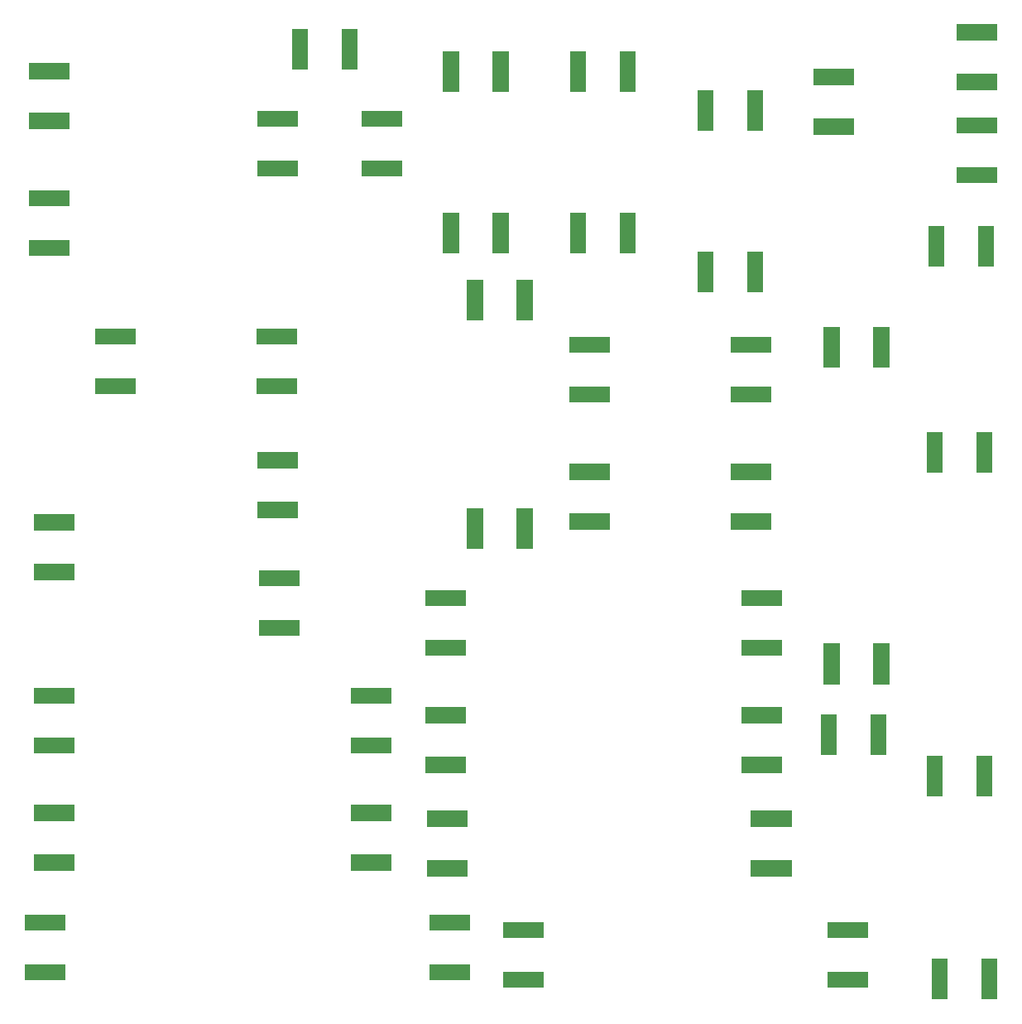
<source format=gbs>
%MOIN*%
%OFA0B0*%
%FSLAX46Y46*%
%IPPOS*%
%LPD*%
%ADD10C,0.0039370078740157488*%
%ADD21C,0.0039370078740157488*%
%ADD22C,0.0039370078740157488*%
%ADD23C,0.0039370078740157488*%
%ADD24C,0.0039370078740157488*%
%ADD25C,0.0039370078740157488*%
%ADD26C,0.0039370078740157488*%
%ADD27C,0.0039370078740157488*%
%ADD28C,0.0039370078740157488*%
%ADD29C,0.0039370078740157488*%
%ADD30C,0.0039370078740157488*%
%ADD31C,0.0039370078740157488*%
%ADD32C,0.0039370078740157488*%
%ADD33C,0.0039370078740157488*%
%ADD34C,0.0039370078740157488*%
%ADD35C,0.0039370078740157488*%
%ADD36C,0.0039370078740157488*%
%ADD37C,0.0039370078740157488*%
%ADD38C,0.0039370078740157488*%
%ADD39C,0.0039370078740157488*%
%ADD40C,0.0039370078740157488*%
%ADD41C,0.0039370078740157488*%
%ADD42C,0.0039370078740157488*%
%ADD43C,0.0039370078740157488*%
G01*
D10*
G36*
X0003897165Y0003283937D02*
X0003733149Y0003283937D01*
X0003733149Y0003347952D01*
X0003897165Y0003347952D01*
X0003897165Y0003283937D01*
X0003897165Y0003283937D01*
G37*
G36*
X0003322165Y0003478937D02*
X0003158149Y0003478937D01*
X0003158149Y0003542952D01*
X0003322165Y0003542952D01*
X0003322165Y0003478937D01*
X0003322165Y0003478937D01*
G37*
G36*
X0003897165Y0003483937D02*
X0003733149Y0003483937D01*
X0003733149Y0003547952D01*
X0003897165Y0003547952D01*
X0003897165Y0003483937D01*
X0003897165Y0003483937D01*
G37*
G36*
X0003897165Y0003658937D02*
X0003733149Y0003658937D01*
X0003733149Y0003722952D01*
X0003897165Y0003722952D01*
X0003897165Y0003658937D01*
X0003897165Y0003658937D01*
G37*
G36*
X0003322165Y0003678937D02*
X0003158149Y0003678937D01*
X0003158149Y0003742952D01*
X0003322165Y0003742952D01*
X0003322165Y0003678937D01*
X0003322165Y0003678937D01*
G37*
G36*
X0003897165Y0003858937D02*
X0003733149Y0003858937D01*
X0003733149Y0003922952D01*
X0003897165Y0003922952D01*
X0003897165Y0003858937D01*
X0003897165Y0003858937D01*
G37*
G04 next file*
G04 #@! TF.GenerationSoftware,KiCad,Pcbnew,5.0.1*
G04 #@! TF.CreationDate,2018-12-27T15:02:32+01:00*
G04 #@! TF.ProjectId,PiAttenuator,5069417474656E7561746F722E6B6963,rev?*
G04 #@! TF.SameCoordinates,Original*
G04 #@! TF.FileFunction,Soldermask,Bot*
G04 #@! TF.FilePolarity,Negative*
G04 Gerber Fmt 4.6, Leading zero omitted, Abs format (unit mm)*
G04 Created by KiCad (PCBNEW 5.0.1) date Do 27 Dez 2018 15:02:32 CET*
G01*
G04 APERTURE LIST*
G04 APERTURE END LIST*
D21*
G36*
X0001078070Y0002434133D02*
X0000914055Y0002434133D01*
X0000914055Y0002498149D01*
X0001078070Y0002498149D01*
X0001078070Y0002434133D01*
X0001078070Y0002434133D01*
G37*
G36*
X0000428070Y0002434133D02*
X0000264055Y0002434133D01*
X0000264055Y0002498149D01*
X0000428070Y0002498149D01*
X0000428070Y0002434133D01*
X0000428070Y0002434133D01*
G37*
G36*
X0001078070Y0002634133D02*
X0000914055Y0002634133D01*
X0000914055Y0002698149D01*
X0001078070Y0002698149D01*
X0001078070Y0002634133D01*
X0001078070Y0002634133D01*
G37*
G36*
X0000428070Y0002634133D02*
X0000264055Y0002634133D01*
X0000264055Y0002698149D01*
X0000428070Y0002698149D01*
X0000428070Y0002634133D01*
X0000428070Y0002634133D01*
G37*
G04 next file*
G04 #@! TF.GenerationSoftware,KiCad,Pcbnew,5.0.1*
G04 #@! TF.CreationDate,2018-12-27T15:17:57+01:00*
G04 #@! TF.ProjectId,BiasT,42696173542E6B696361645F70636200,rev?*
G04 #@! TF.SameCoordinates,Original*
G04 #@! TF.FileFunction,Soldermask,Bot*
G04 #@! TF.FilePolarity,Negative*
G04 Gerber Fmt 4.6, Leading zero omitted, Abs format (unit mm)*
G04 Created by KiCad (PCBNEW 5.0.1) date Do 27 Dez 2018 15:17:57 CET*
G01*
G04 APERTURE LIST*
G04 APERTURE END LIST*
D22*
G36*
X0002026574Y0002895078D02*
X0002026574Y0002731062D01*
X0001962559Y0002731062D01*
X0001962559Y0002895078D01*
X0002026574Y0002895078D01*
X0002026574Y0002895078D01*
G37*
G36*
X0002026574Y0001975551D02*
X0002026574Y0001811535D01*
X0001962559Y0001811535D01*
X0001962559Y0001975551D01*
X0002026574Y0001975551D01*
X0002026574Y0001975551D01*
G37*
G36*
X0001826574Y0002895078D02*
X0001826574Y0002731062D01*
X0001762559Y0002731062D01*
X0001762559Y0002895078D01*
X0001826574Y0002895078D01*
X0001826574Y0002895078D01*
G37*
G36*
X0001826574Y0001975551D02*
X0001826574Y0001811535D01*
X0001762559Y0001811535D01*
X0001762559Y0001975551D01*
X0001826574Y0001975551D01*
X0001826574Y0001975551D01*
G37*
G04 next file*
G04 #@! TF.GenerationSoftware,KiCad,Pcbnew,5.0.1*
G04 #@! TF.CreationDate,2018-12-27T15:20:24+01:00*
G04 #@! TF.ProjectId,DiscreteWilkinsonSplitter,446973637265746557696C6B696E736F,rev?*
G04 #@! TF.SameCoordinates,Original*
G04 #@! TF.FileFunction,Soldermask,Bot*
G04 #@! TF.FilePolarity,Negative*
G04 Gerber Fmt 4.6, Leading zero omitted, Abs format (unit mm)*
G04 Created by KiCad (PCBNEW 5.0.1) date Do 27 Dez 2018 15:20:24 CET*
G01*
G04 APERTURE LIST*
G04 APERTURE END LIST*
D23*
G36*
X0001087007Y0001460314D02*
X0000922992Y0001460314D01*
X0000922992Y0001524330D01*
X0001087007Y0001524330D01*
X0001087007Y0001460314D01*
X0001087007Y0001460314D01*
G37*
G36*
X0001087007Y0001660314D02*
X0000922992Y0001660314D01*
X0000922992Y0001724330D01*
X0001087007Y0001724330D01*
X0001087007Y0001660314D01*
X0001087007Y0001660314D01*
G37*
G36*
X0000182007Y0001685314D02*
X0000017992Y0001685314D01*
X0000017992Y0001749330D01*
X0000182007Y0001749330D01*
X0000182007Y0001685314D01*
X0000182007Y0001685314D01*
G37*
G36*
X0000182007Y0001885314D02*
X0000017992Y0001885314D01*
X0000017992Y0001949330D01*
X0000182007Y0001949330D01*
X0000182007Y0001885314D01*
X0000182007Y0001885314D01*
G37*
G36*
X0001082007Y0001935314D02*
X0000917992Y0001935314D01*
X0000917992Y0001999330D01*
X0001082007Y0001999330D01*
X0001082007Y0001935314D01*
X0001082007Y0001935314D01*
G37*
G36*
X0001082007Y0002135314D02*
X0000917992Y0002135314D01*
X0000917992Y0002199330D01*
X0001082007Y0002199330D01*
X0001082007Y0002135314D01*
X0001082007Y0002135314D01*
G37*
G04 next file*
G04 #@! TF.GenerationSoftware,KiCad,Pcbnew,5.0.1*
G04 #@! TF.CreationDate,2018-12-27T15:22:53+01:00*
G04 #@! TF.ProjectId,SMAadapter,534D41616461707465722E6B69636164,rev?*
G04 #@! TF.SameCoordinates,PX74c1a60PY7a15e80*
G04 #@! TF.FileFunction,Soldermask,Bot*
G04 #@! TF.FilePolarity,Negative*
G04 Gerber Fmt 4.6, Leading zero omitted, Abs format (unit mm)*
G04 Created by KiCad (PCBNEW 5.0.1) date Do 27 Dez 2018 15:22:53 CET*
G01*
G04 APERTURE LIST*
G04 APERTURE END LIST*
D24*
G36*
X0003187598Y0000979881D02*
X0003187598Y0001143897D01*
X0003251614Y0001143897D01*
X0003251614Y0000979881D01*
X0003187598Y0000979881D01*
X0003187598Y0000979881D01*
G37*
G36*
X0003387598Y0000979881D02*
X0003387598Y0001143897D01*
X0003451614Y0001143897D01*
X0003451614Y0000979881D01*
X0003387598Y0000979881D01*
X0003387598Y0000979881D01*
G37*
G04 next file*
G04 #@! TF.GenerationSoftware,KiCad,Pcbnew,5.0.1*
G04 #@! TF.CreationDate,2018-12-27T15:25:58+01:00*
G04 #@! TF.ProjectId,Filter3Ord,46696C746572334F72642E6B69636164,rev?*
G04 #@! TF.SameCoordinates,Original*
G04 #@! TF.FileFunction,Soldermask,Bot*
G04 #@! TF.FilePolarity,Negative*
G04 Gerber Fmt 4.6, Leading zero omitted, Abs format (unit mm)*
G04 Created by KiCad (PCBNEW 5.0.1) date Do 27 Dez 2018 15:25:58 CET*
G01*
G04 APERTURE LIST*
G04 APERTURE END LIST*
D25*
G36*
X0003376771Y0000042992D02*
X0003212755Y0000042992D01*
X0003212755Y0000107007D01*
X0003376771Y0000107007D01*
X0003376771Y0000042992D01*
X0003376771Y0000042992D01*
G37*
G36*
X0002071771Y0000042992D02*
X0001907755Y0000042992D01*
X0001907755Y0000107007D01*
X0002071771Y0000107007D01*
X0002071771Y0000042992D01*
X0002071771Y0000042992D01*
G37*
G36*
X0003376771Y0000242992D02*
X0003212755Y0000242992D01*
X0003212755Y0000307007D01*
X0003376771Y0000307007D01*
X0003376771Y0000242992D01*
X0003376771Y0000242992D01*
G37*
G36*
X0002071771Y0000242992D02*
X0001907755Y0000242992D01*
X0001907755Y0000307007D01*
X0002071771Y0000307007D01*
X0002071771Y0000242992D01*
X0002071771Y0000242992D01*
G37*
G04 next file*
G04 #@! TF.GenerationSoftware,KiCad,Pcbnew,5.0.1*
G04 #@! TF.CreationDate,2018-12-27T15:27:31+01:00*
G04 #@! TF.ProjectId,Filter4Ord,46696C746572344F72642E6B69636164,rev?*
G04 #@! TF.SameCoordinates,Original*
G04 #@! TF.FileFunction,Soldermask,Bot*
G04 #@! TF.FilePolarity,Negative*
G04 Gerber Fmt 4.6, Leading zero omitted, Abs format (unit mm)*
G04 Created by KiCad (PCBNEW 5.0.1) date Do 27 Dez 2018 15:27:31 CET*
G01*
G04 APERTURE LIST*
G04 APERTURE END LIST*
D26*
G36*
X0001775078Y0000074212D02*
X0001611062Y0000074212D01*
X0001611062Y0000138228D01*
X0001775078Y0000138228D01*
X0001775078Y0000074212D01*
X0001775078Y0000074212D01*
G37*
G36*
X0000145078Y0000074212D02*
X-0000018937Y0000074212D01*
X-0000018937Y0000138228D01*
X0000145078Y0000138228D01*
X0000145078Y0000074212D01*
X0000145078Y0000074212D01*
G37*
G36*
X0001775078Y0000274212D02*
X0001611062Y0000274212D01*
X0001611062Y0000338228D01*
X0001775078Y0000338228D01*
X0001775078Y0000274212D01*
X0001775078Y0000274212D01*
G37*
G36*
X0000145078Y0000274212D02*
X-0000018937Y0000274212D01*
X-0000018937Y0000338228D01*
X0000145078Y0000338228D01*
X0000145078Y0000274212D01*
X0000145078Y0000274212D01*
G37*
G04 next file*
G04 #@! TF.GenerationSoftware,KiCad,Pcbnew,5.0.1*
G04 #@! TF.CreationDate,2018-12-27T15:29:00+01:00*
G04 #@! TF.ProjectId,Filter3OrdEliptic,46696C746572334F7264456C69707469,rev?*
G04 #@! TF.SameCoordinates,Original*
G04 #@! TF.FileFunction,Soldermask,Bot*
G04 #@! TF.FilePolarity,Negative*
G04 Gerber Fmt 4.6, Leading zero omitted, Abs format (unit mm)*
G04 Created by KiCad (PCBNEW 5.0.1) date Do 27 Dez 2018 15:29:00 CET*
G01*
G04 APERTURE LIST*
G04 APERTURE END LIST*
D27*
G36*
X0001457007Y0000515432D02*
X0001292992Y0000515432D01*
X0001292992Y0000579448D01*
X0001457007Y0000579448D01*
X0001457007Y0000515432D01*
X0001457007Y0000515432D01*
G37*
G36*
X0000182007Y0000515432D02*
X0000017992Y0000515432D01*
X0000017992Y0000579448D01*
X0000182007Y0000579448D01*
X0000182007Y0000515432D01*
X0000182007Y0000515432D01*
G37*
G36*
X0001457007Y0000715432D02*
X0001292992Y0000715432D01*
X0001292992Y0000779448D01*
X0001457007Y0000779448D01*
X0001457007Y0000715432D01*
X0001457007Y0000715432D01*
G37*
G36*
X0000182007Y0000715432D02*
X0000017992Y0000715432D01*
X0000017992Y0000779448D01*
X0000182007Y0000779448D01*
X0000182007Y0000715432D01*
X0000182007Y0000715432D01*
G37*
G04 next file*
G04 #@! TF.GenerationSoftware,KiCad,Pcbnew,5.0.1*
G04 #@! TF.CreationDate,2018-12-27T15:24:30+01:00*
G04 #@! TF.ProjectId,RFSampler,524653616D706C65722E6B696361645F,rev?*
G04 #@! TF.SameCoordinates,PX617fb78PY6ed25c8*
G04 #@! TF.FileFunction,Soldermask,Bot*
G04 #@! TF.FilePolarity,Negative*
G04 Gerber Fmt 4.6, Leading zero omitted, Abs format (unit mm)*
G04 Created by KiCad (PCBNEW 5.0.1) date Do 27 Dez 2018 15:24:30 CET*
G01*
G04 APERTURE LIST*
G04 APERTURE END LIST*
D28*
G36*
X0001502519Y0003311338D02*
X0001338503Y0003311338D01*
X0001338503Y0003375354D01*
X0001502519Y0003375354D01*
X0001502519Y0003311338D01*
X0001502519Y0003311338D01*
G37*
G36*
X0001082519Y0003311338D02*
X0000918503Y0003311338D01*
X0000918503Y0003375354D01*
X0001082519Y0003375354D01*
X0001082519Y0003311338D01*
X0001082519Y0003311338D01*
G37*
G36*
X0001502519Y0003511338D02*
X0001338503Y0003511338D01*
X0001338503Y0003575354D01*
X0001502519Y0003575354D01*
X0001502519Y0003511338D01*
X0001502519Y0003511338D01*
G37*
G36*
X0001082519Y0003511338D02*
X0000918503Y0003511338D01*
X0000918503Y0003575354D01*
X0001082519Y0003575354D01*
X0001082519Y0003511338D01*
X0001082519Y0003511338D01*
G37*
G36*
X0001322519Y0003741338D02*
X0001258503Y0003741338D01*
X0001258503Y0003905354D01*
X0001322519Y0003905354D01*
X0001322519Y0003741338D01*
X0001322519Y0003741338D01*
G37*
G36*
X0001122519Y0003741338D02*
X0001058503Y0003741338D01*
X0001058503Y0003905354D01*
X0001122519Y0003905354D01*
X0001122519Y0003741338D01*
X0001122519Y0003741338D01*
G37*
G04 next file*
G04 #@! TF.GenerationSoftware,KiCad,Pcbnew,5.0.1*
G04 #@! TF.CreationDate,2018-12-27T15:29:00+01:00*
G04 #@! TF.ProjectId,Filter3OrdEliptic,46696C746572334F7264456C69707469,rev?*
G04 #@! TF.SameCoordinates,Original*
G04 #@! TF.FileFunction,Soldermask,Bot*
G04 #@! TF.FilePolarity,Negative*
G04 Gerber Fmt 4.6, Leading zero omitted, Abs format (unit mm)*
G04 Created by KiCad (PCBNEW 5.0.1) date Do 27 Dez 2018 15:29:00 CET*
G01*
G04 APERTURE LIST*
G04 APERTURE END LIST*
D29*
G36*
X0003031811Y0000909133D02*
X0002867795Y0000909133D01*
X0002867795Y0000973149D01*
X0003031811Y0000973149D01*
X0003031811Y0000909133D01*
X0003031811Y0000909133D01*
G37*
G36*
X0001756811Y0000909133D02*
X0001592795Y0000909133D01*
X0001592795Y0000973149D01*
X0001756811Y0000973149D01*
X0001756811Y0000909133D01*
X0001756811Y0000909133D01*
G37*
G36*
X0003031811Y0001109133D02*
X0002867795Y0001109133D01*
X0002867795Y0001173149D01*
X0003031811Y0001173149D01*
X0003031811Y0001109133D01*
X0003031811Y0001109133D01*
G37*
G36*
X0001756811Y0001109133D02*
X0001592795Y0001109133D01*
X0001592795Y0001173149D01*
X0001756811Y0001173149D01*
X0001756811Y0001109133D01*
X0001756811Y0001109133D01*
G37*
G04 next file*
G04 #@! TF.GenerationSoftware,KiCad,Pcbnew,5.0.1*
G04 #@! TF.CreationDate,2018-12-27T15:29:00+01:00*
G04 #@! TF.ProjectId,Filter3OrdEliptic,46696C746572334F7264456C69707469,rev?*
G04 #@! TF.SameCoordinates,Original*
G04 #@! TF.FileFunction,Soldermask,Bot*
G04 #@! TF.FilePolarity,Negative*
G04 Gerber Fmt 4.6, Leading zero omitted, Abs format (unit mm)*
G04 Created by KiCad (PCBNEW 5.0.1) date Do 27 Dez 2018 15:29:00 CET*
G01*
G04 APERTURE LIST*
G04 APERTURE END LIST*
D30*
G36*
X0001457007Y0000987873D02*
X0001292992Y0000987873D01*
X0001292992Y0001051889D01*
X0001457007Y0001051889D01*
X0001457007Y0000987873D01*
X0001457007Y0000987873D01*
G37*
G36*
X0000182007Y0000987873D02*
X0000017992Y0000987873D01*
X0000017992Y0001051889D01*
X0000182007Y0001051889D01*
X0000182007Y0000987873D01*
X0000182007Y0000987873D01*
G37*
G36*
X0001457007Y0001187873D02*
X0001292992Y0001187873D01*
X0001292992Y0001251889D01*
X0001457007Y0001251889D01*
X0001457007Y0001187873D01*
X0001457007Y0001187873D01*
G37*
G36*
X0000182007Y0001187873D02*
X0000017992Y0001187873D01*
X0000017992Y0001251889D01*
X0000182007Y0001251889D01*
X0000182007Y0001187873D01*
X0000182007Y0001187873D01*
G37*
G04 next file*
G04 #@! TF.GenerationSoftware,KiCad,Pcbnew,5.0.1*
G04 #@! TF.CreationDate,2018-12-27T15:25:58+01:00*
G04 #@! TF.ProjectId,Filter3Ord,46696C746572334F72642E6B69636164,rev?*
G04 #@! TF.SameCoordinates,Original*
G04 #@! TF.FileFunction,Soldermask,Bot*
G04 #@! TF.FilePolarity,Negative*
G04 Gerber Fmt 4.6, Leading zero omitted, Abs format (unit mm)*
G04 Created by KiCad (PCBNEW 5.0.1) date Do 27 Dez 2018 15:25:58 CET*
G01*
G04 APERTURE LIST*
G04 APERTURE END LIST*
D31*
G36*
X0003877677Y0002282480D02*
X0003877677Y0002118464D01*
X0003813661Y0002118464D01*
X0003813661Y0002282480D01*
X0003877677Y0002282480D01*
X0003877677Y0002282480D01*
G37*
G36*
X0003877677Y0000977480D02*
X0003877677Y0000813464D01*
X0003813661Y0000813464D01*
X0003813661Y0000977480D01*
X0003877677Y0000977480D01*
X0003877677Y0000977480D01*
G37*
G36*
X0003677677Y0002282480D02*
X0003677677Y0002118464D01*
X0003613661Y0002118464D01*
X0003613661Y0002282480D01*
X0003677677Y0002282480D01*
X0003677677Y0002282480D01*
G37*
G36*
X0003677677Y0000977480D02*
X0003677677Y0000813464D01*
X0003613661Y0000813464D01*
X0003613661Y0000977480D01*
X0003677677Y0000977480D01*
X0003677677Y0000977480D01*
G37*
G04 next file*
G04 #@! TF.GenerationSoftware,KiCad,Pcbnew,5.0.1*
G04 #@! TF.CreationDate,2018-12-27T15:02:32+01:00*
G04 #@! TF.ProjectId,PiAttenuator,5069417474656E7561746F722E6B6963,rev?*
G04 #@! TF.SameCoordinates,Original*
G04 #@! TF.FileFunction,Soldermask,Bot*
G04 #@! TF.FilePolarity,Negative*
G04 Gerber Fmt 4.6, Leading zero omitted, Abs format (unit mm)*
G04 Created by KiCad (PCBNEW 5.0.1) date Do 27 Dez 2018 15:02:32 CET*
G01*
G04 APERTURE LIST*
G04 APERTURE END LIST*
D32*
G36*
X0001929881Y0003814133D02*
X0001929881Y0003650118D01*
X0001865866Y0003650118D01*
X0001865866Y0003814133D01*
X0001929881Y0003814133D01*
X0001929881Y0003814133D01*
G37*
G36*
X0001929881Y0003164133D02*
X0001929881Y0003000118D01*
X0001865866Y0003000118D01*
X0001865866Y0003164133D01*
X0001929881Y0003164133D01*
X0001929881Y0003164133D01*
G37*
G36*
X0001729881Y0003814133D02*
X0001729881Y0003650118D01*
X0001665866Y0003650118D01*
X0001665866Y0003814133D01*
X0001729881Y0003814133D01*
X0001729881Y0003814133D01*
G37*
G36*
X0001729881Y0003164133D02*
X0001729881Y0003000118D01*
X0001665866Y0003000118D01*
X0001665866Y0003164133D01*
X0001729881Y0003164133D01*
X0001729881Y0003164133D01*
G37*
G04 next file*
G04 #@! TF.GenerationSoftware,KiCad,Pcbnew,5.0.1*
G04 #@! TF.CreationDate,2018-12-27T15:02:32+01:00*
G04 #@! TF.ProjectId,PiAttenuator,5069417474656E7561746F722E6B6963,rev?*
G04 #@! TF.SameCoordinates,Original*
G04 #@! TF.FileFunction,Soldermask,Bot*
G04 #@! TF.FilePolarity,Negative*
G04 Gerber Fmt 4.6, Leading zero omitted, Abs format (unit mm)*
G04 Created by KiCad (PCBNEW 5.0.1) date Do 27 Dez 2018 15:02:32 CET*
G01*
G04 APERTURE LIST*
G04 APERTURE END LIST*
D33*
G36*
X0002441692Y0003814133D02*
X0002441692Y0003650118D01*
X0002377677Y0003650118D01*
X0002377677Y0003814133D01*
X0002441692Y0003814133D01*
X0002441692Y0003814133D01*
G37*
G36*
X0002441692Y0003164133D02*
X0002441692Y0003000118D01*
X0002377677Y0003000118D01*
X0002377677Y0003164133D01*
X0002441692Y0003164133D01*
X0002441692Y0003164133D01*
G37*
G36*
X0002241692Y0003814133D02*
X0002241692Y0003650118D01*
X0002177677Y0003650118D01*
X0002177677Y0003814133D01*
X0002241692Y0003814133D01*
X0002241692Y0003814133D01*
G37*
G36*
X0002241692Y0003164133D02*
X0002241692Y0003000118D01*
X0002177677Y0003000118D01*
X0002177677Y0003164133D01*
X0002241692Y0003164133D01*
X0002241692Y0003164133D01*
G37*
G04 next file*
G04 #@! TF.GenerationSoftware,KiCad,Pcbnew,5.0.1*
G04 #@! TF.CreationDate,2018-12-27T15:25:58+01:00*
G04 #@! TF.ProjectId,Filter3Ord,46696C746572334F72642E6B69636164,rev?*
G04 #@! TF.SameCoordinates,Original*
G04 #@! TF.FileFunction,Soldermask,Bot*
G04 #@! TF.FilePolarity,Negative*
G04 Gerber Fmt 4.6, Leading zero omitted, Abs format (unit mm)*
G04 Created by KiCad (PCBNEW 5.0.1) date Do 27 Dez 2018 15:25:58 CET*
G01*
G04 APERTURE LIST*
G04 APERTURE END LIST*
D34*
G36*
X0003069881Y0000492401D02*
X0002905866Y0000492401D01*
X0002905866Y0000556417D01*
X0003069881Y0000556417D01*
X0003069881Y0000492401D01*
X0003069881Y0000492401D01*
G37*
G36*
X0001764881Y0000492401D02*
X0001600866Y0000492401D01*
X0001600866Y0000556417D01*
X0001764881Y0000556417D01*
X0001764881Y0000492401D01*
X0001764881Y0000492401D01*
G37*
G36*
X0003069881Y0000692401D02*
X0002905866Y0000692401D01*
X0002905866Y0000756417D01*
X0003069881Y0000756417D01*
X0003069881Y0000692401D01*
X0003069881Y0000692401D01*
G37*
G36*
X0001764881Y0000692401D02*
X0001600866Y0000692401D01*
X0001600866Y0000756417D01*
X0001764881Y0000756417D01*
X0001764881Y0000692401D01*
X0001764881Y0000692401D01*
G37*
G04 next file*
G04 #@! TF.GenerationSoftware,KiCad,Pcbnew,5.0.1*
G04 #@! TF.CreationDate,2018-12-27T15:22:53+01:00*
G04 #@! TF.ProjectId,SMAadapter,534D41616461707465722E6B69636164,rev?*
G04 #@! TF.SameCoordinates,PX74c1a60PY7a15e80*
G04 #@! TF.FileFunction,Soldermask,Bot*
G04 #@! TF.FilePolarity,Negative*
G04 Gerber Fmt 4.6, Leading zero omitted, Abs format (unit mm)*
G04 Created by KiCad (PCBNEW 5.0.1) date Do 27 Dez 2018 15:22:53 CET*
G01*
G04 APERTURE LIST*
G04 APERTURE END LIST*
D35*
G36*
X0003899015Y0000161850D02*
X0003899015Y-0000002165D01*
X0003835000Y-0000002165D01*
X0003835000Y0000161850D01*
X0003899015Y0000161850D01*
X0003899015Y0000161850D01*
G37*
G36*
X0003699015Y0000161850D02*
X0003699015Y-0000002165D01*
X0003635000Y-0000002165D01*
X0003635000Y0000161850D01*
X0003699015Y0000161850D01*
X0003699015Y0000161850D01*
G37*
G04 next file*
G04 #@! TF.GenerationSoftware,KiCad,Pcbnew,5.0.1*
G04 #@! TF.CreationDate,2018-12-27T15:22:53+01:00*
G04 #@! TF.ProjectId,SMAadapter,534D41616461707465722E6B69636164,rev?*
G04 #@! TF.SameCoordinates,PX74c1a60PY7a15e80*
G04 #@! TF.FileFunction,Soldermask,Bot*
G04 #@! TF.FilePolarity,Negative*
G04 Gerber Fmt 4.6, Leading zero omitted, Abs format (unit mm)*
G04 Created by KiCad (PCBNEW 5.0.1) date Do 27 Dez 2018 15:22:53 CET*
G01*
G04 APERTURE LIST*
G04 APERTURE END LIST*
D36*
G36*
X0003620669Y0002948385D02*
X0003620669Y0003112401D01*
X0003684685Y0003112401D01*
X0003684685Y0002948385D01*
X0003620669Y0002948385D01*
X0003620669Y0002948385D01*
G37*
G36*
X0003820669Y0002948385D02*
X0003820669Y0003112401D01*
X0003884685Y0003112401D01*
X0003884685Y0002948385D01*
X0003820669Y0002948385D01*
X0003820669Y0002948385D01*
G37*
G04 next file*
G04 #@! TF.GenerationSoftware,KiCad,Pcbnew,5.0.1*
G04 #@! TF.CreationDate,2018-12-27T15:29:00+01:00*
G04 #@! TF.ProjectId,Filter3OrdEliptic,46696C746572334F7264456C69707469,rev?*
G04 #@! TF.SameCoordinates,Original*
G04 #@! TF.FileFunction,Soldermask,Bot*
G04 #@! TF.FilePolarity,Negative*
G04 Gerber Fmt 4.6, Leading zero omitted, Abs format (unit mm)*
G04 Created by KiCad (PCBNEW 5.0.1) date Do 27 Dez 2018 15:29:00 CET*
G01*
G04 APERTURE LIST*
G04 APERTURE END LIST*
D37*
G36*
X0003031811Y0001381574D02*
X0002867795Y0001381574D01*
X0002867795Y0001445590D01*
X0003031811Y0001445590D01*
X0003031811Y0001381574D01*
X0003031811Y0001381574D01*
G37*
G36*
X0001756811Y0001381574D02*
X0001592795Y0001381574D01*
X0001592795Y0001445590D01*
X0001756811Y0001445590D01*
X0001756811Y0001381574D01*
X0001756811Y0001381574D01*
G37*
G36*
X0003031811Y0001581574D02*
X0002867795Y0001581574D01*
X0002867795Y0001645590D01*
X0003031811Y0001645590D01*
X0003031811Y0001581574D01*
X0003031811Y0001581574D01*
G37*
G36*
X0001756811Y0001581574D02*
X0001592795Y0001581574D01*
X0001592795Y0001645590D01*
X0001756811Y0001645590D01*
X0001756811Y0001581574D01*
X0001756811Y0001581574D01*
G37*
G04 next file*
G04 #@! TF.GenerationSoftware,KiCad,Pcbnew,5.0.1*
G04 #@! TF.CreationDate,2018-12-27T15:29:00+01:00*
G04 #@! TF.ProjectId,Filter3OrdEliptic,46696C746572334F7264456C69707469,rev?*
G04 #@! TF.SameCoordinates,Original*
G04 #@! TF.FileFunction,Soldermask,Bot*
G04 #@! TF.FilePolarity,Negative*
G04 Gerber Fmt 4.6, Leading zero omitted, Abs format (unit mm)*
G04 Created by KiCad (PCBNEW 5.0.1) date Do 27 Dez 2018 15:29:00 CET*
G01*
G04 APERTURE LIST*
G04 APERTURE END LIST*
D38*
G36*
X0003463307Y0002704842D02*
X0003463307Y0002540826D01*
X0003399291Y0002540826D01*
X0003399291Y0002704842D01*
X0003463307Y0002704842D01*
X0003463307Y0002704842D01*
G37*
G36*
X0003463307Y0001429842D02*
X0003463307Y0001265826D01*
X0003399291Y0001265826D01*
X0003399291Y0001429842D01*
X0003463307Y0001429842D01*
X0003463307Y0001429842D01*
G37*
G36*
X0003263307Y0002704842D02*
X0003263307Y0002540826D01*
X0003199291Y0002540826D01*
X0003199291Y0002704842D01*
X0003263307Y0002704842D01*
X0003263307Y0002704842D01*
G37*
G36*
X0003263307Y0001429842D02*
X0003263307Y0001265826D01*
X0003199291Y0001265826D01*
X0003199291Y0001429842D01*
X0003263307Y0001429842D01*
X0003263307Y0001429842D01*
G37*
G04 next file*
G04 #@! TF.GenerationSoftware,KiCad,Pcbnew,5.0.1*
G04 #@! TF.CreationDate,2018-12-27T15:02:32+01:00*
G04 #@! TF.ProjectId,PiAttenuator,5069417474656E7561746F722E6B6963,rev?*
G04 #@! TF.SameCoordinates,Original*
G04 #@! TF.FileFunction,Soldermask,Bot*
G04 #@! TF.FilePolarity,Negative*
G04 Gerber Fmt 4.6, Leading zero omitted, Abs format (unit mm)*
G04 Created by KiCad (PCBNEW 5.0.1) date Do 27 Dez 2018 15:02:32 CET*
G01*
G04 APERTURE LIST*
G04 APERTURE END LIST*
D39*
G36*
X0002987362Y0001889015D02*
X0002823346Y0001889015D01*
X0002823346Y0001953031D01*
X0002987362Y0001953031D01*
X0002987362Y0001889015D01*
X0002987362Y0001889015D01*
G37*
G36*
X0002337362Y0001889015D02*
X0002173346Y0001889015D01*
X0002173346Y0001953031D01*
X0002337362Y0001953031D01*
X0002337362Y0001889015D01*
X0002337362Y0001889015D01*
G37*
G36*
X0002987362Y0002089015D02*
X0002823346Y0002089015D01*
X0002823346Y0002153031D01*
X0002987362Y0002153031D01*
X0002987362Y0002089015D01*
X0002987362Y0002089015D01*
G37*
G36*
X0002337362Y0002089015D02*
X0002173346Y0002089015D01*
X0002173346Y0002153031D01*
X0002337362Y0002153031D01*
X0002337362Y0002089015D01*
X0002337362Y0002089015D01*
G37*
G04 next file*
G04 #@! TF.GenerationSoftware,KiCad,Pcbnew,5.0.1*
G04 #@! TF.CreationDate,2018-12-27T15:02:32+01:00*
G04 #@! TF.ProjectId,PiAttenuator,5069417474656E7561746F722E6B6963,rev?*
G04 #@! TF.SameCoordinates,Original*
G04 #@! TF.FileFunction,Soldermask,Bot*
G04 #@! TF.FilePolarity,Negative*
G04 Gerber Fmt 4.6, Leading zero omitted, Abs format (unit mm)*
G04 Created by KiCad (PCBNEW 5.0.1) date Do 27 Dez 2018 15:02:32 CET*
G01*
G04 APERTURE LIST*
G04 APERTURE END LIST*
D40*
G36*
X0002987362Y0002400827D02*
X0002823346Y0002400827D01*
X0002823346Y0002464842D01*
X0002987362Y0002464842D01*
X0002987362Y0002400827D01*
X0002987362Y0002400827D01*
G37*
G36*
X0002337362Y0002400827D02*
X0002173346Y0002400827D01*
X0002173346Y0002464842D01*
X0002337362Y0002464842D01*
X0002337362Y0002400827D01*
X0002337362Y0002400827D01*
G37*
G36*
X0002987362Y0002600827D02*
X0002823346Y0002600827D01*
X0002823346Y0002664842D01*
X0002987362Y0002664842D01*
X0002987362Y0002600827D01*
X0002987362Y0002600827D01*
G37*
G36*
X0002337362Y0002600827D02*
X0002173346Y0002600827D01*
X0002173346Y0002664842D01*
X0002337362Y0002664842D01*
X0002337362Y0002600827D01*
X0002337362Y0002600827D01*
G37*
G04 next file*
G04 #@! TF.GenerationSoftware,KiCad,Pcbnew,5.0.1*
G04 #@! TF.CreationDate,2018-12-27T15:02:32+01:00*
G04 #@! TF.ProjectId,PiAttenuator,5069417474656E7561746F722E6B6963,rev?*
G04 #@! TF.SameCoordinates,Original*
G04 #@! TF.FileFunction,Soldermask,Bot*
G04 #@! TF.FilePolarity,Negative*
G04 Gerber Fmt 4.6, Leading zero omitted, Abs format (unit mm)*
G04 Created by KiCad (PCBNEW 5.0.1) date Do 27 Dez 2018 15:02:32 CET*
G01*
G04 APERTURE LIST*
G04 APERTURE END LIST*
D41*
G36*
X0002953503Y0003656653D02*
X0002953503Y0003492637D01*
X0002889488Y0003492637D01*
X0002889488Y0003656653D01*
X0002953503Y0003656653D01*
X0002953503Y0003656653D01*
G37*
G36*
X0002953503Y0003006653D02*
X0002953503Y0002842637D01*
X0002889488Y0002842637D01*
X0002889488Y0003006653D01*
X0002953503Y0003006653D01*
X0002953503Y0003006653D01*
G37*
G36*
X0002753503Y0003656653D02*
X0002753503Y0003492637D01*
X0002689488Y0003492637D01*
X0002689488Y0003656653D01*
X0002753503Y0003656653D01*
X0002753503Y0003656653D01*
G37*
G36*
X0002753503Y0003006653D02*
X0002753503Y0002842637D01*
X0002689488Y0002842637D01*
X0002689488Y0003006653D01*
X0002753503Y0003006653D01*
X0002753503Y0003006653D01*
G37*
G04 next file*
G04 #@! TF.GenerationSoftware,KiCad,Pcbnew,5.0.1*
G04 #@! TF.CreationDate,2018-12-27T15:22:53+01:00*
G04 #@! TF.ProjectId,SMAadapter,534D41616461707465722E6B69636164,rev?*
G04 #@! TF.SameCoordinates,PX74c1a60PY7a15e80*
G04 #@! TF.FileFunction,Soldermask,Bot*
G04 #@! TF.FilePolarity,Negative*
G04 Gerber Fmt 4.6, Leading zero omitted, Abs format (unit mm)*
G04 Created by KiCad (PCBNEW 5.0.1) date Do 27 Dez 2018 15:22:53 CET*
G01*
G04 APERTURE LIST*
G04 APERTURE END LIST*
D42*
G36*
X0000161850Y0002990748D02*
X-0000002165Y0002990748D01*
X-0000002165Y0003054763D01*
X0000161850Y0003054763D01*
X0000161850Y0002990748D01*
X0000161850Y0002990748D01*
G37*
G36*
X0000161850Y0003190748D02*
X-0000002165Y0003190748D01*
X-0000002165Y0003254763D01*
X0000161850Y0003254763D01*
X0000161850Y0003190748D01*
X0000161850Y0003190748D01*
G37*
G04 next file*
G04 #@! TF.GenerationSoftware,KiCad,Pcbnew,5.0.1*
G04 #@! TF.CreationDate,2018-12-27T15:22:53+01:00*
G04 #@! TF.ProjectId,SMAadapter,534D41616461707465722E6B69636164,rev?*
G04 #@! TF.SameCoordinates,PX74c1a60PY7a15e80*
G04 #@! TF.FileFunction,Soldermask,Bot*
G04 #@! TF.FilePolarity,Negative*
G04 Gerber Fmt 4.6, Leading zero omitted, Abs format (unit mm)*
G04 Created by KiCad (PCBNEW 5.0.1) date Do 27 Dez 2018 15:22:53 CET*
G01*
G04 APERTURE LIST*
G04 APERTURE END LIST*
D43*
G36*
X0000161850Y0003502559D02*
X-0000002165Y0003502559D01*
X-0000002165Y0003566574D01*
X0000161850Y0003566574D01*
X0000161850Y0003502559D01*
X0000161850Y0003502559D01*
G37*
G36*
X0000161850Y0003702559D02*
X-0000002165Y0003702559D01*
X-0000002165Y0003766574D01*
X0000161850Y0003766574D01*
X0000161850Y0003702559D01*
X0000161850Y0003702559D01*
G37*
M02*
</source>
